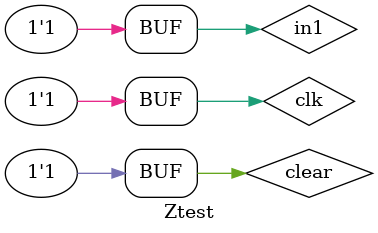
<source format=v>
`timescale 1ns / 1ps


module Ztest;

	// Inputs
	reg in1;
	reg clk;
	reg clear;

	// Outputs
	wire out1;

	// Instantiate the Unit Under Test (UUT)
	Z uut (
		.in1(in1), 
		.out1(out1), 
		.clk(clk), 
		.clear(clear)
	);

	initial begin
		// Initialize Inputs
		in1 = 0;
		clk = 0;
		clear = 0;

		// Wait 100 ns for global reset to finish
		#100
		in1= 1'b1;
		clk=1;
		
		#100
		clk=0;
		
		#100
		clk=1;
		clear=1;
        
		// Add stimulus here

	end
      
endmodule


</source>
